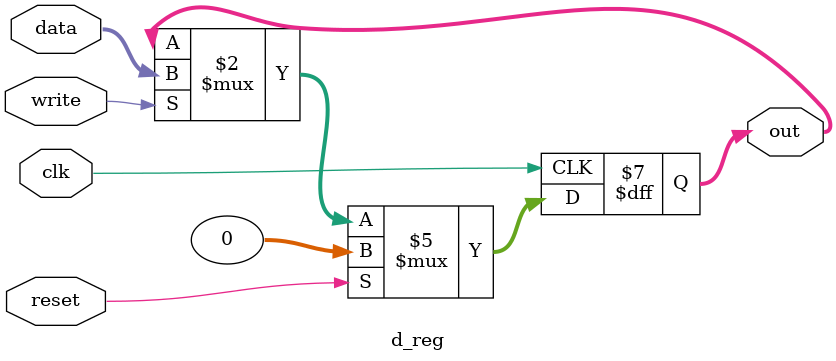
<source format=v>
module d_reg #(
    parameter SIZE = 32
) (
    input reset,
    input [SIZE-1:0] data,
    input write,
    input clk,
    output reg [SIZE-1:0] out
);
    always @(posedge clk) begin
        if (reset) out <= {SIZE{1'b0}};
        else if (write) out <= data;
    end
endmodule

</source>
